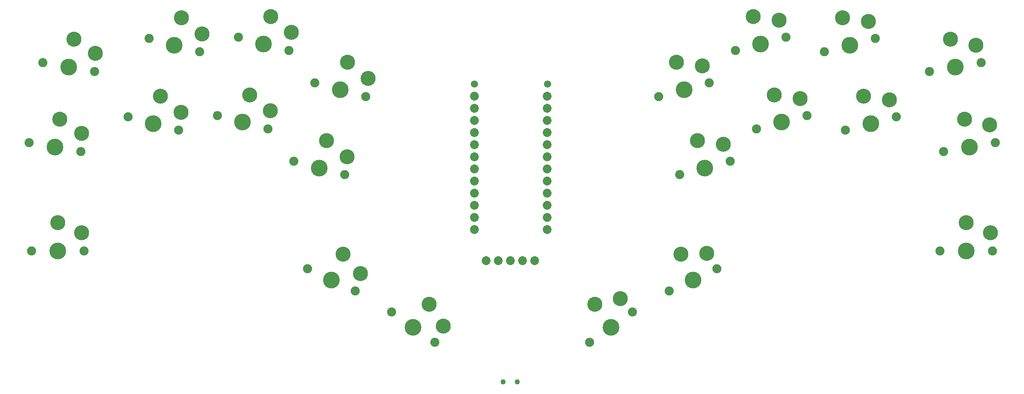
<source format=gts>
G04 #@! TF.GenerationSoftware,KiCad,Pcbnew,7.0.1*
G04 #@! TF.CreationDate,2023-05-13T12:57:32+02:00*
G04 #@! TF.ProjectId,tutorial,7475746f-7269-4616-9c2e-6b696361645f,v1.0.0*
G04 #@! TF.SameCoordinates,Original*
G04 #@! TF.FileFunction,Soldermask,Top*
G04 #@! TF.FilePolarity,Negative*
%FSLAX46Y46*%
G04 Gerber Fmt 4.6, Leading zero omitted, Abs format (unit mm)*
G04 Created by KiCad (PCBNEW 7.0.1) date 2023-05-13 12:57:32*
%MOMM*%
%LPD*%
G01*
G04 APERTURE LIST*
%ADD10C,1.900000*%
%ADD11C,3.150000*%
%ADD12C,3.500000*%
%ADD13C,1.497000*%
%ADD14C,1.852600*%
%ADD15C,1.100000*%
G04 APERTURE END LIST*
D10*
X239068461Y-137110300D03*
D11*
X241559706Y-129438684D03*
D12*
X244053154Y-134785900D03*
D11*
X246978744Y-129228839D03*
D10*
X249037847Y-132461500D03*
X160457061Y-109912053D03*
D11*
X167296685Y-105636596D03*
D12*
X165769653Y-111335558D03*
D11*
X171582795Y-108959135D03*
D10*
X171082245Y-112759063D03*
D13*
X198263838Y-93774010D03*
D10*
X276030230Y-103441577D03*
D11*
X279815790Y-96319110D03*
D12*
X281342822Y-102018072D03*
D11*
X285188939Y-97053459D03*
D10*
X286655414Y-100594567D03*
X293624816Y-91155608D03*
D11*
X298016735Y-84390177D03*
D12*
X299041259Y-90200543D03*
D11*
X303305435Y-85590033D03*
D10*
X304457702Y-89245478D03*
X252923676Y-86753371D03*
D11*
X256709236Y-79630904D03*
D12*
X258236268Y-85329866D03*
D11*
X262082385Y-80365253D03*
D10*
X263548860Y-83906361D03*
X296576855Y-107897337D03*
D11*
X300968774Y-101131906D03*
D12*
X301993298Y-106942272D03*
D11*
X306257474Y-102331762D03*
D10*
X307409741Y-105987207D03*
X105493837Y-128684014D03*
D11*
X110993837Y-122784014D03*
D12*
X110993837Y-128684014D03*
D11*
X115993837Y-124884014D03*
D10*
X116493837Y-128684014D03*
X130083638Y-84173847D03*
D11*
X136923262Y-79898390D03*
D12*
X135396230Y-85597352D03*
D11*
X141209372Y-83220929D03*
D10*
X140708822Y-87020857D03*
X257323580Y-103174119D03*
D11*
X261109140Y-96051652D03*
D12*
X262636172Y-101750614D03*
D11*
X266482289Y-96786001D03*
D10*
X267948764Y-100327109D03*
X104929415Y-105987208D03*
D11*
X111370382Y-101131907D03*
D12*
X110345858Y-106942273D03*
D11*
X115929760Y-104068244D03*
D10*
X115762301Y-107897338D03*
X271630286Y-87020846D03*
D11*
X275415846Y-79898379D03*
D12*
X276942878Y-85597341D03*
D11*
X280788995Y-80632728D03*
D10*
X282255470Y-84173836D03*
X236856968Y-96338334D03*
D11*
X240642528Y-89215867D03*
D12*
X242169560Y-94914829D03*
D11*
X246015677Y-89950216D03*
D10*
X247482152Y-93491324D03*
X222398959Y-147841658D03*
D11*
X223520194Y-139853991D03*
D12*
X226904295Y-144686988D03*
D11*
X228820465Y-138706328D03*
D10*
X231409631Y-141532318D03*
X295845293Y-128683999D03*
D11*
X301345293Y-122783999D03*
D12*
X301345293Y-128683999D03*
D11*
X306345293Y-124883999D03*
D10*
X306845293Y-128683999D03*
D14*
X200683845Y-130754008D03*
X203223845Y-130754008D03*
X205763845Y-130754008D03*
X208303845Y-130754008D03*
X210843845Y-130754008D03*
D10*
X144390363Y-100327105D03*
D11*
X151229987Y-96051648D03*
D12*
X149702955Y-101750610D03*
D11*
X155516097Y-99374187D03*
D10*
X155015547Y-103174115D03*
X241256903Y-112759066D03*
D11*
X245042463Y-105636599D03*
D12*
X246569495Y-111335561D03*
D11*
X250415612Y-106370948D03*
D10*
X251882087Y-109912056D03*
D13*
X213563855Y-93774009D03*
D10*
X148790284Y-83906350D03*
D11*
X155629908Y-79630893D03*
D12*
X154102876Y-85329855D03*
D11*
X159916018Y-82953432D03*
D10*
X159415468Y-86753360D03*
X107881444Y-89245475D03*
D11*
X114322411Y-84390174D03*
D12*
X113297887Y-90200540D03*
D11*
X118881789Y-87326511D03*
D10*
X118714330Y-91155605D03*
X163301289Y-132461486D03*
D11*
X170779430Y-129438670D03*
D12*
X168285982Y-134785886D03*
D11*
X174423470Y-133455008D03*
D10*
X173270675Y-137110286D03*
X125683735Y-100594582D03*
D11*
X132523359Y-96319125D03*
D12*
X130996327Y-102018087D03*
D11*
X136809469Y-99641664D03*
D10*
X136308919Y-103441592D03*
X180929497Y-141532311D03*
D11*
X188818934Y-139853984D03*
D12*
X185434833Y-144686981D03*
D11*
X191710184Y-144442085D03*
D10*
X189940169Y-147841651D03*
X164856968Y-93491336D03*
D11*
X171696592Y-89215879D03*
D12*
X170169560Y-94914841D03*
D11*
X175982702Y-92538418D03*
D10*
X175482152Y-96338346D03*
D14*
X213546825Y-96267992D03*
X213546825Y-98807992D03*
X213546825Y-101347992D03*
X213546825Y-103887992D03*
X213546825Y-106427992D03*
X213546825Y-108967992D03*
X213546825Y-111507992D03*
X213546825Y-114047992D03*
X213546825Y-116587992D03*
X213546825Y-119127992D03*
X213546825Y-121667992D03*
X213546825Y-124207992D03*
X198306825Y-124207992D03*
X198306825Y-121667992D03*
X198306825Y-119127992D03*
X198306825Y-116587992D03*
X198306825Y-114047992D03*
X198306825Y-111507992D03*
X198306825Y-108967992D03*
X198306825Y-106427992D03*
X198306825Y-103887992D03*
X198306825Y-101347992D03*
X198306825Y-98807992D03*
X198306825Y-96267992D03*
D15*
X204263854Y-156174010D03*
X207263854Y-156174010D03*
M02*

</source>
